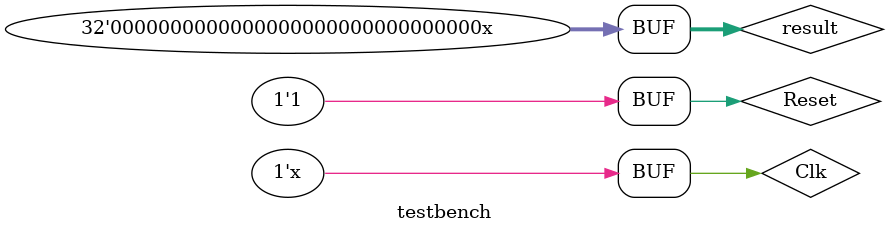
<source format=v>
module testbench();
    reg Clk;
    reg Reset;
    reg [31:0] result;

    mips mips1(.Clk(Clk),.Reset(Reset));

    initial begin
        Reset = 1'b0;
        Clk = 1'b0;

        #30 Reset = 1'b1;

        result = mips1.im1.text[50];    //指令写完了加一行这个@32(表示下一行是第50行....)
        $monitor("Time %t, R16 = %h", $realtime, mips1.regfile1.regHeap[16]);
        
    end 

    always
        #20 Clk = ~ Clk;

    always @(posedge Clk)
    #200
    if (result == mips1.regfile1.regHeap[16]) begin
        $display("success.\n");
    end
    else begin
        $display("error.\n");
    end


endmodule
</source>
